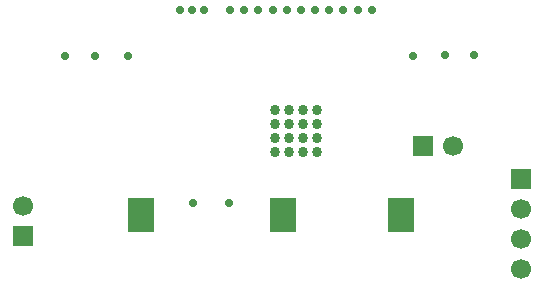
<source format=gbs>
G04*
G04 #@! TF.GenerationSoftware,Altium Limited,Altium Designer,18.1.6 (161)*
G04*
G04 Layer_Color=16711935*
%FSLAX25Y25*%
%MOIN*%
G70*
G01*
G75*
%ADD41C,0.02756*%
%ADD60R,0.09055X0.11417*%
%ADD61C,0.06693*%
%ADD62R,0.06693X0.06693*%
%ADD63R,0.06693X0.06693*%
%ADD64C,0.03386*%
D41*
X72146Y170473D02*
D03*
X29626Y155118D02*
D03*
X39862Y155318D02*
D03*
X50886D02*
D03*
X166142Y155448D02*
D03*
X156398Y155512D02*
D03*
X145768Y155318D02*
D03*
X84350Y106299D02*
D03*
X72539D02*
D03*
X131988Y170473D02*
D03*
X127264D02*
D03*
X122539D02*
D03*
X117815D02*
D03*
X113091D02*
D03*
X108366D02*
D03*
X103642D02*
D03*
X98917D02*
D03*
X94193D02*
D03*
X89468D02*
D03*
X68209D02*
D03*
X84744D02*
D03*
X76083D02*
D03*
D60*
X55118Y102362D02*
D03*
X102362Y102362D02*
D03*
X141732Y102362D02*
D03*
D61*
X181890Y94213D02*
D03*
Y84213D02*
D03*
Y104213D02*
D03*
X15748Y105394D02*
D03*
X159035Y125197D02*
D03*
D62*
X181890Y114213D02*
D03*
X15748Y95394D02*
D03*
D63*
X149035Y125197D02*
D03*
D64*
X104429Y137402D02*
D03*
X99705D02*
D03*
Y132677D02*
D03*
X104429D02*
D03*
X113878Y137402D02*
D03*
X109153D02*
D03*
Y132677D02*
D03*
X113878D02*
D03*
X99705Y127953D02*
D03*
Y123228D02*
D03*
X104429Y127953D02*
D03*
Y123228D02*
D03*
X113878Y127953D02*
D03*
X109153D02*
D03*
X113878Y123228D02*
D03*
X109153D02*
D03*
M02*

</source>
